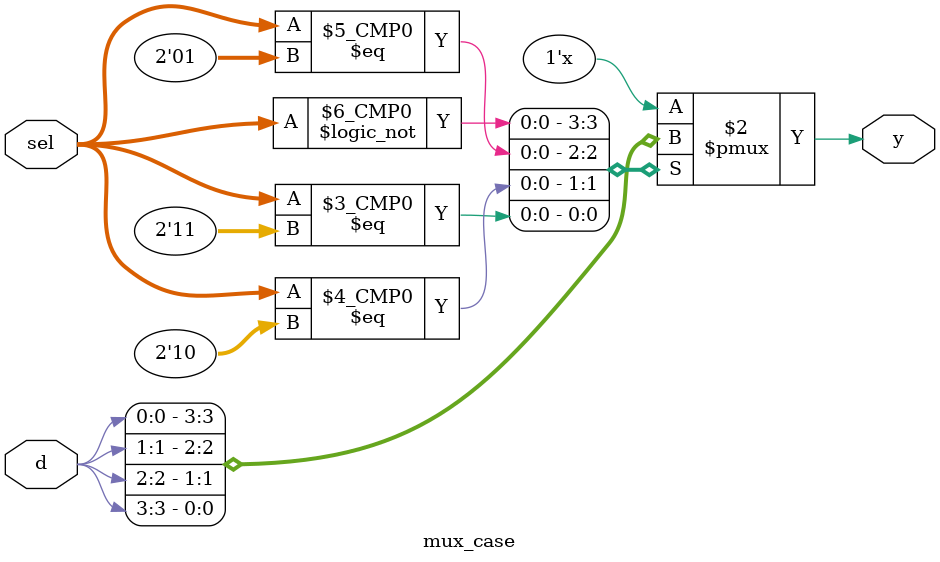
<source format=v>
module mux_assign(
  input [3:0]d,
  input [1:0]sel,
  output y);
  
  assign y = (sel==2'b00) ? d[0] : (sel==2'b01) ? d[1] : (sel==2'b10) ? d[2] :d[3];
endmodule


module mux_ifelse(
  input [3:0]d,
  input [1:0]sel,
  output reg y);
  
  always@(*) begin
    if(sel==2'b00)
      y=d[0];
    else if (sel==2'b01)
      y=d[1];
    else if (sel==2'b10)
      y=d[2];
    else 
      y=d[3];
  end
endmodule


module mux_case(
  input [3:0]d,
  input [1:0]sel,
  output reg y);
  
  always@(*) begin
    case(sel)
      2'b00 :y=d[0];
      2'b01 :y=d[1];
      2'b10 :y=d[2];
      2'b11 :y=d[3];
    endcase
  end
endmodule

</source>
